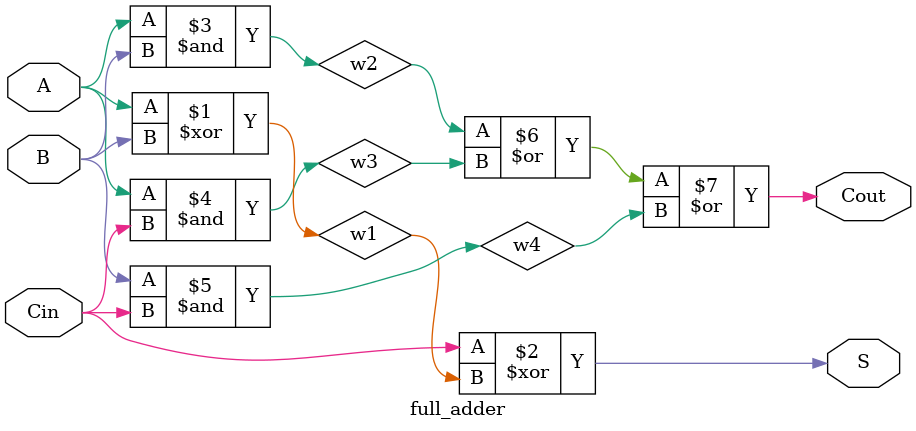
<source format=v>
`timescale 1ns / 1ps
module ripple_carry_adder_subtractor(S, C, V, A, B, Op);
   output [3:0] S;   
   output 	C;   
   output 	V;   
   input [3:0] 	A;   
   input [3:0] 	B;   
   input 	Op;  
   
   wire 	C0; 
   wire 	C1; 
   wire 	C2; 
   wire 	C3; 
   
   wire 	B0; 
   wire 	B1; 
   wire 	B2; 
   wire 	B3; 


	
      
   xor(B0, B[0], Op);
   xor(B1, B[1], Op);
   xor(B2, B[2], Op);
   xor(B3, B[3], Op);
   xor(C, C3, Op);    
   xor(V, C3, C2);     
   
   full_adder fa0(S[0], C0, A[0], B0, Op);    // Least significant bit.
   full_adder fa1(S[1], C1, A[1], B1, C0);
   full_adder fa2(S[2], C2, A[2], B2, C1);
   full_adder fa3(S[3], C3, A[3], B3, C2);    // Most significant bit.
endmodule // ripple_carry_adder_subtractor


module full_adder(S, Cout, A, B, Cin);
   output S;
   output Cout;
   input  A;
   input  B;
   input  Cin;
   
   wire   w1;
   wire   w2;
   wire   w3;
   wire   w4;
   
   xor(w1, A, B);
   xor(S, Cin, w1);
   and(w2, A, B);   
   and(w3, A, Cin);
   and(w4, B, Cin);   
   or(Cout, w2, w3, w4);
endmodule 


</source>
